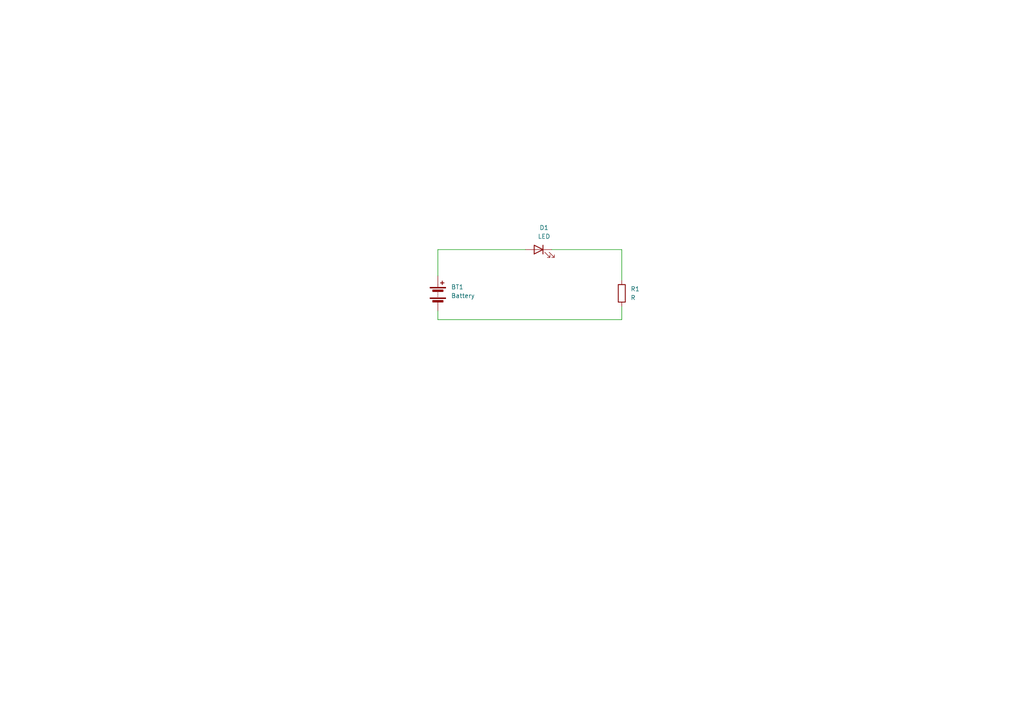
<source format=kicad_sch>
(kicad_sch (version 20250114) (generator "eeschema") (generator_version "9.0")
  (paper "A4")
  (lib_symbols
    (symbol "Device:Battery" (pin_numbers (hide yes)) (pin_names (offset 0) (hide yes))
      (property "Reference" "BT" (at 2.54 2.54 0))
      (property "Value" "Battery" (at 2.54 0 0))
      (symbol "Battery_0_1"
        (rectangle (start -2.286 1.778) (end 2.286 1.524) (fill (type outline)))
        (rectangle (start -2.286 -1.27) (end 2.286 -1.524) (fill (type outline)))
        (rectangle (start -1.524 1.016) (end 1.524 0.508) (fill (type outline)))
        (rectangle (start -1.524 -2.032) (end 1.524 -2.54) (fill (type outline)))
        (polyline (pts (xy 0 1.778) (xy 0 2.54)))
        (polyline (pts (xy 0 0) (xy 0 0.254)))
        (polyline (pts (xy 0 -0.508) (xy 0 -0.254)))
        (polyline (pts (xy 0 -1.016) (xy 0 -0.762)))
        (polyline (pts (xy 0.762 3.048) (xy 1.778 3.048)) (stroke (width 0.254)))
        (polyline (pts (xy 1.27 3.556) (xy 1.27 2.54)) (stroke (width 0.254)))
      )
      (symbol "Battery_1_1"
        (pin passive line (at 0 5.08 270) (length 2.54) (name "+") (number "1"))
        (pin passive line (at 0 -5.08 90) (length 2.54) (name "-") (number "2"))
      )
    )
    (symbol "Device:LED" (pin_numbers (hide yes)) (pin_names (offset 1.016) (hide yes))
      (property "Reference" "D" (at 0 2.54 0))
      (property "Value" "LED" (at 0 -2.54 0))
      (symbol "LED_0_1"
        (polyline (pts (xy -3.048 -0.762) (xy -4.572 -2.286) (xy -3.81 -2.286) (xy -4.572 -2.286) (xy -4.572 -1.524)))
        (polyline (pts (xy -1.778 -0.762) (xy -3.302 -2.286) (xy -2.54 -2.286) (xy -3.302 -2.286) (xy -3.302 -1.524)))
        (polyline (pts (xy -1.27 0) (xy 1.27 0)))
        (polyline (pts (xy -1.27 -1.27) (xy -1.27 1.27)) (stroke (width 0.254)))
        (polyline (pts (xy 1.27 -1.27) (xy 1.27 1.27) (xy -1.27 0) (xy 1.27 -1.27)) (stroke (width 0.254)))
      )
      (symbol "LED_1_1"
        (pin passive line (at -3.81 0 0) (length 2.54) (name "K") (number "1"))
        (pin passive line (at 3.81 0 180) (length 2.54) (name "A") (number "2"))
      )
    )
    (symbol "Device:R" (pin_numbers (hide yes)) (pin_names (offset 0))
      (property "Reference" "R" (at 2.032 0 90))
      (property "Value" "R" (at 0 0 90))
      (symbol "R_0_1"
        (rectangle (start -1.016 -2.54) (end 1.016 2.54) (stroke (width 0.254)))
      )
      (symbol "R_1_1"
        (pin passive line (at 0 3.81 270) (length 1.27) (name "~") (number "1"))
        (pin passive line (at 0 -3.81 90) (length 1.27) (name "~") (number "2"))
      )
    )
  )
  (wire (pts (xy 127 80.01) (xy 127 72.39)))
  (wire (pts (xy 127 92.71) (xy 180.34 92.71)))
  (wire (pts (xy 127 90.17) (xy 127 92.71)))
  (wire (pts (xy 127 72.39) (xy 152.4 72.39)))
  (wire (pts (xy 160.02 72.39) (xy 180.34 72.39)))
  (wire (pts (xy 180.34 92.71) (xy 180.34 88.9)))
  (wire (pts (xy 180.34 72.39) (xy 180.34 81.28)))
  (symbol (lib_id "Device:Battery") (at 127 85.09 0) (unit 1)
    (property "Reference" "BT1" (at 130.81 83.2484 0) (effects (justify left)))
    (property "Value" "Battery" (at 130.81 85.7884 0) (effects (justify left)))
    (property "Description" "Multiple-cell battery" (effects (hide yes)))
  )
  (symbol (lib_id "Device:R") (at 180.34 85.09 0) (unit 1)
    (property "Reference" "R1" (at 182.88 83.8199 0) (effects (justify left)))
    (property "Value" "R" (at 182.88 86.3599 0) (effects (justify left)))
    (property "Description" "Resistor" (effects (hide yes)))
  )
  (symbol (lib_id "Device:LED") (at 156.21 72.39 0) (mirror y) (unit 1)
    (property "Reference" "D1" (at 157.7975 66.04 0))
    (property "Value" "LED" (at 157.7975 68.58 0))
    (property "Description" "Light emitting diode" (effects (hide yes)))
    (property "Sim.Pins" "1=K 2=A" (effects (hide yes)))
  )
)
</source>
